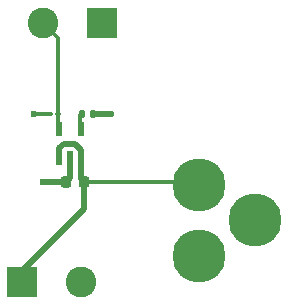
<source format=gtl>
%TF.GenerationSoftware,KiCad,Pcbnew,8.0.4*%
%TF.CreationDate,2024-11-20T20:43:30-05:00*%
%TF.ProjectId,voltage_regulator_5V_ap2210,766f6c74-6167-4655-9f72-6567756c6174,rev?*%
%TF.SameCoordinates,Original*%
%TF.FileFunction,Copper,L1,Top*%
%TF.FilePolarity,Positive*%
%FSLAX46Y46*%
G04 Gerber Fmt 4.6, Leading zero omitted, Abs format (unit mm)*
G04 Created by KiCad (PCBNEW 8.0.4) date 2024-11-20 20:43:30*
%MOMM*%
%LPD*%
G01*
G04 APERTURE LIST*
G04 Aperture macros list*
%AMRoundRect*
0 Rectangle with rounded corners*
0 $1 Rounding radius*
0 $2 $3 $4 $5 $6 $7 $8 $9 X,Y pos of 4 corners*
0 Add a 4 corners polygon primitive as box body*
4,1,4,$2,$3,$4,$5,$6,$7,$8,$9,$2,$3,0*
0 Add four circle primitives for the rounded corners*
1,1,$1+$1,$2,$3*
1,1,$1+$1,$4,$5*
1,1,$1+$1,$6,$7*
1,1,$1+$1,$8,$9*
0 Add four rect primitives between the rounded corners*
20,1,$1+$1,$2,$3,$4,$5,0*
20,1,$1+$1,$4,$5,$6,$7,0*
20,1,$1+$1,$6,$7,$8,$9,0*
20,1,$1+$1,$8,$9,$2,$3,0*%
G04 Aperture macros list end*
%TA.AperFunction,ComponentPad*%
%ADD10R,2.600000X2.600000*%
%TD*%
%TA.AperFunction,ComponentPad*%
%ADD11C,2.600000*%
%TD*%
%TA.AperFunction,SMDPad,CuDef*%
%ADD12R,0.550000X1.300000*%
%TD*%
%TA.AperFunction,ComponentPad*%
%ADD13C,4.500000*%
%TD*%
%TA.AperFunction,SMDPad,CuDef*%
%ADD14RoundRect,0.100000X0.130000X0.100000X-0.130000X0.100000X-0.130000X-0.100000X0.130000X-0.100000X0*%
%TD*%
%TA.AperFunction,SMDPad,CuDef*%
%ADD15RoundRect,0.140000X-0.140000X-0.170000X0.140000X-0.170000X0.140000X0.170000X-0.140000X0.170000X0*%
%TD*%
%TA.AperFunction,SMDPad,CuDef*%
%ADD16RoundRect,0.225000X0.225000X0.250000X-0.225000X0.250000X-0.225000X-0.250000X0.225000X-0.250000X0*%
%TD*%
%TA.AperFunction,ViaPad*%
%ADD17C,0.600000*%
%TD*%
%TA.AperFunction,Conductor*%
%ADD18C,0.500000*%
%TD*%
%TA.AperFunction,Conductor*%
%ADD19C,0.300000*%
%TD*%
G04 APERTURE END LIST*
D10*
%TO.P,J3,1,Pin_1*%
%TO.N,GND*%
X104000000Y-46250000D03*
D11*
%TO.P,J3,2,Pin_2*%
%TO.N,+3.3V*%
X99000000Y-46250000D03*
%TD*%
D12*
%TO.P,U1,1,VIN*%
%TO.N,+5V*%
X100350000Y-57750000D03*
%TO.P,U1,2,GND*%
%TO.N,GND*%
X101300000Y-57750000D03*
%TO.P,U1,3,EN*%
%TO.N,+5V*%
X102250000Y-57750000D03*
%TO.P,U1,4,BYP*%
%TO.N,Net-(U1-BYP)*%
X102250000Y-55250000D03*
%TO.P,U1,5,VOUT*%
%TO.N,+3.3V*%
X100350000Y-55250000D03*
%TD*%
D13*
%TO.P,J2,1*%
%TO.N,+5V*%
X112250000Y-60000000D03*
%TO.P,J2,2*%
%TO.N,GND*%
X112250000Y-66000000D03*
%TO.P,J2,3*%
%TO.N,unconnected-(J2-Pad3)*%
X116950000Y-63000000D03*
%TD*%
D10*
%TO.P,J1,1,Pin_1*%
%TO.N,+5V*%
X97250000Y-68250000D03*
D11*
%TO.P,J1,2,Pin_2*%
%TO.N,GND*%
X102250000Y-68250000D03*
%TD*%
D14*
%TO.P,C2,1*%
%TO.N,+3.3V*%
X100250000Y-54000000D03*
%TO.P,C2,2*%
%TO.N,GND*%
X99610000Y-54000000D03*
%TD*%
D15*
%TO.P,C3,1*%
%TO.N,Net-(U1-BYP)*%
X102270000Y-54000000D03*
%TO.P,C3,2*%
%TO.N,GND*%
X103230000Y-54000000D03*
%TD*%
D16*
%TO.P,C1,1*%
%TO.N,+5V*%
X102500000Y-59750000D03*
%TO.P,C1,2*%
%TO.N,GND*%
X100950000Y-59750000D03*
%TD*%
D17*
%TO.N,GND*%
X98250000Y-54000000D03*
X99000000Y-59750000D03*
X104750000Y-54000000D03*
%TD*%
D18*
%TO.N,GND*%
X103230000Y-54000000D02*
X104750000Y-54000000D01*
X101300000Y-59400000D02*
X100950000Y-59750000D01*
D19*
X99610000Y-54000000D02*
X98250000Y-54000000D01*
D18*
X101300000Y-57750000D02*
X101300000Y-59400000D01*
X100950000Y-59750000D02*
X99000000Y-59750000D01*
%TO.N,+5V*%
X100350000Y-57750000D02*
X100350000Y-56900000D01*
X102500000Y-62000000D02*
X102500000Y-59750000D01*
X100350000Y-56900000D02*
X100750000Y-56500000D01*
X100750000Y-56500000D02*
X101750000Y-56500000D01*
D19*
X102500000Y-59750000D02*
X112000000Y-59750000D01*
D18*
X102250000Y-57750000D02*
X102250000Y-59500000D01*
X97250000Y-67250000D02*
X102500000Y-62000000D01*
X102250000Y-59500000D02*
X102500000Y-59750000D01*
X102250000Y-57000000D02*
X102250000Y-57750000D01*
D19*
X102175000Y-57425000D02*
X102175000Y-58000000D01*
D18*
X97250000Y-68250000D02*
X97250000Y-67250000D01*
D19*
X112000000Y-59750000D02*
X112250000Y-60000000D01*
X102175000Y-59425000D02*
X102500000Y-59750000D01*
D18*
X102250000Y-57000000D02*
X101750000Y-56500000D01*
D19*
%TO.N,+3.3V*%
X100275000Y-47525000D02*
X99000000Y-46250000D01*
X100275000Y-55500000D02*
X100275000Y-54025000D01*
X100275000Y-55500000D02*
X100275000Y-47525000D01*
X100275000Y-54025000D02*
X100250000Y-54000000D01*
%TO.N,Net-(U1-BYP)*%
X102175000Y-55500000D02*
X102175000Y-54095000D01*
X102175000Y-54095000D02*
X102270000Y-54000000D01*
%TD*%
M02*

</source>
